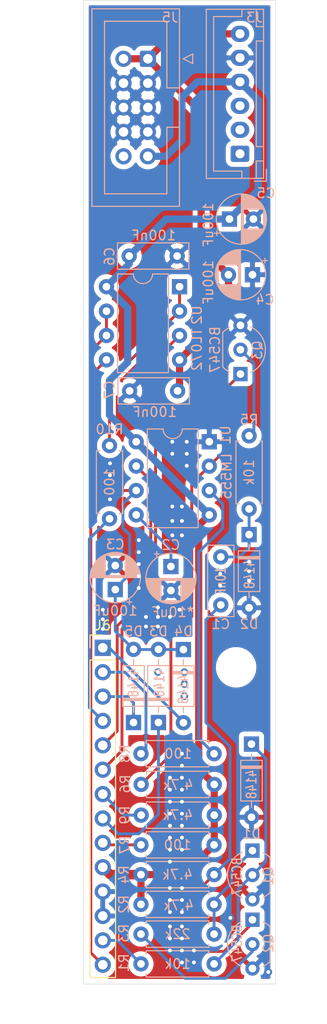
<source format=kicad_pcb>
(kicad_pcb (version 20171130) (host pcbnew 5.1.9+dfsg1-1~bpo10+1)
  (layers (0 F.Cu signal) (31 B.Cu signal) (34 B.Paste user) (35 F.Paste user) (36 B.SilkS user) (37 F.SilkS user) (38 B.Mask user) (39 F.Mask user) (44 Edge.Cuts user))
  (net 0 "")
  (net 1 "Net-(C1-Pad1)")
  (net 2 "Net-(C1-Pad2)")
  (net 3 "Net-(C2-Pad1)")
  (net 4 GND2)
  (net 5 "Net-(C3-Pad1)")
  (net 6 +12V)
  (net 7 -12V)
  (net 8 "Net-(D1-Pad1)")
  (net 9 "Net-(Q1-Pad1)")
  (net 10 "Net-(Q2-Pad2)")
  (net 11 "Net-(Q3-Pad2)")
  (net 12 "Net-(Q3-Pad1)")
  (net 13 "Net-(R8-Pad1)")
  (net 14 "Net-(R10-Pad1)")
  (net 15 B4)
  (net 16 B5)
  (net 17 B1)
  (net 18 B2)
  (net 19 B3)
  (net 20 B6)
  (net 21 B7)
  (net 22 B8)
  (net 23 B9)
  (net 24 B10)
  (net 25 B11)
  (module Capacitor_THT:C_Rect_L7.2mm_W2.5mm_P5.00mm_FKS2_FKP2_MKS2_MKP2 (layer B.Cu) (at 149.3 111 270)
    (fp_text reference C1 (at 7 0 180) (layer B.SilkS) (effects (justify mirror)))
    (fp_text value 10nF (at 2.5 0 90) (layer B.SilkS) (effects (font (size 1 0.8)) (justify mirror)))
    (pad 1 thru_hole circle (at 0 0 270) (size 1.6 1.6) (drill 0.8) (layers *.Cu *.Mask) (net 1 "Net-(C1-Pad1)"))
    (pad 2 thru_hole circle (at 5 0 270) (size 1.6 1.6) (drill 0.8) (layers *.Cu *.Mask) (net 2 "Net-(C1-Pad2)"))
  )
  (module Diode_THT:D_DO-35_SOD27_P7.62mm_Horizontal (layer B.Cu) (at 152.5 130.5 270)
    (fp_text reference D1 (at 9.35 0 180) (layer B.SilkS) (effects (justify mirror)))
    (fp_text value 4148 (at 4.2 0 270) (layer B.SilkS) (effects (font (size 1 0.8)) (justify mirror)))
    (pad 2 thru_hole oval (at 7.62 0 270) (size 1.6 1.6) (drill 0.8) (layers *.Cu *.Mask) (net 4 GND2))
    (pad 1 thru_hole rect (at 0 0 270) (size 1.6 1.6) (drill 0.8) (layers *.Cu *.Mask) (net 8 "Net-(D1-Pad1)"))
  )
  (module Resistor_THT:R_Axial_DIN0207_L6.3mm_D2.5mm_P7.62mm_Horizontal (layer B.Cu) (at 152.25 106 90)
    (fp_text reference R5 (at 9.3 0 180) (layer B.SilkS) (effects (justify mirror)))
    (fp_text value 10k (at 3.81 0 90) (layer B.SilkS) (effects (justify mirror)))
    (pad 1 thru_hole circle (at 0 0 90) (size 1.6 1.6) (drill 0.8) (layers *.Cu *.Mask) (net 1 "Net-(C1-Pad1)"))
    (pad 2 thru_hole oval (at 7.62 0 90) (size 1.6 1.6) (drill 0.8) (layers *.Cu *.Mask) (net 11 "Net-(Q3-Pad2)"))
  )
  (module Diode_THT:D_DO-35_SOD27_P7.62mm_Horizontal (layer B.Cu) (at 152.25 108.675 270)
    (fp_text reference D2 (at 9.3 0 180) (layer B.SilkS) (effects (justify mirror)))
    (fp_text value 4148 (at 4.125 -0.05 270) (layer B.SilkS) (effects (font (size 1 0.8)) (justify mirror)))
    (pad 1 thru_hole rect (at 0 0 270) (size 1.6 1.6) (drill 0.8) (layers *.Cu *.Mask) (net 1 "Net-(C1-Pad1)"))
    (pad 2 thru_hole oval (at 7.62 0 270) (size 1.6 1.6) (drill 0.8) (layers *.Cu *.Mask) (net 4 GND2))
  )
  (module Package_TO_SOT_THT:TO-92_Inline_Wide (layer B.Cu) (at 152.6 141.6 270)
    (fp_text reference Q1 (at 2.65 -1.65 270) (layer B.SilkS) (effects (justify mirror)))
    (fp_text value BC547 (at 2.65 1.6 90) (layer B.SilkS) (effects (font (size 1 0.8)) (justify mirror)))
    (pad 1 thru_hole rect (at 0 0 270) (size 1.5 1.5) (drill 0.8) (layers *.Cu *.Mask) (net 9 "Net-(Q1-Pad1)"))
    (pad 3 thru_hole circle (at 5.08 0 270) (size 1.5 1.5) (drill 0.8) (layers *.Cu *.Mask) (net 4 GND2))
    (pad 2 thru_hole circle (at 2.54 0 270) (size 1.5 1.5) (drill 0.8) (layers *.Cu *.Mask) (net 8 "Net-(D1-Pad1)"))
  )
  (module Package_DIP:DIP-8_W7.62mm (layer B.Cu) (at 148.1 99 180)
    (fp_text reference U1 (at -1.7 0.7 90) (layer B.SilkS) (effects (justify mirror)))
    (fp_text value LM555 (at -1.8 -3.6 90) (layer B.SilkS) (effects (justify mirror)))
    (pad 1 thru_hole rect (at 0 0 180) (size 1.6 1.6) (drill 0.8) (layers *.Cu *.Mask) (net 4 GND2))
    (pad 5 thru_hole oval (at 7.62 -7.62 180) (size 1.6 1.6) (drill 0.8) (layers *.Cu *.Mask) (net 3 "Net-(C2-Pad1)"))
    (pad 2 thru_hole oval (at 0 -2.54 180) (size 1.6 1.6) (drill 0.8) (layers *.Cu *.Mask) (net 12 "Net-(Q3-Pad1)"))
    (pad 6 thru_hole oval (at 7.62 -5.08 180) (size 1.6 1.6) (drill 0.8) (layers *.Cu *.Mask) (net 5 "Net-(C3-Pad1)"))
    (pad 3 thru_hole oval (at 0 -5.08 180) (size 1.6 1.6) (drill 0.8) (layers *.Cu *.Mask) (net 13 "Net-(R8-Pad1)"))
    (pad 7 thru_hole oval (at 7.62 -2.54 180) (size 1.6 1.6) (drill 0.8) (layers *.Cu *.Mask) (net 21 B7))
    (pad 4 thru_hole oval (at 0 -7.62 180) (size 1.6 1.6) (drill 0.8) (layers *.Cu *.Mask) (net 6 +12V))
    (pad 8 thru_hole oval (at 7.62 0 180) (size 1.6 1.6) (drill 0.8) (layers *.Cu *.Mask) (net 6 +12V))
  )
  (module Capacitor_THT:CP_Radial_D5.0mm_P2.50mm (layer B.Cu) (at 144.1 112 270)
    (fp_text reference C2 (at -2.25 0 180) (layer B.SilkS) (effects (justify mirror)))
    (fp_text value *10uF (at 4.75 -0.2 180) (layer B.SilkS) (effects (justify mirror)))
    (pad 2 thru_hole circle (at 2.5 0 270) (size 1.6 1.6) (drill 0.8) (layers *.Cu *.Mask) (net 4 GND2))
    (pad 1 thru_hole rect (at 0 0 270) (size 1.6 1.6) (drill 0.8) (layers *.Cu *.Mask) (net 3 "Net-(C2-Pad1)"))
  )
  (module Connector_PinHeader_2.54mm:PinHeader_1x14_P2.54mm_Vertical (layer F.Cu) (at 137 120.47)
    (fp_text reference J6 (at 0 -2.33) (layer F.SilkS))
    (fp_text value MainBoard_Pins)
    (pad 1 thru_hole rect (at 0 0) (size 1.7 1.7) (drill 1) (layers *.Cu *.Mask) (net 19 B3))
    (pad 2 thru_hole oval (at 0 2.54) (size 1.7 1.7) (drill 1) (layers *.Cu *.Mask) (net 15 B4))
    (pad 3 thru_hole oval (at 0 5.08) (size 1.7 1.7) (drill 1) (layers *.Cu *.Mask) (net 16 B5))
    (pad 4 thru_hole oval (at 0 7.62) (size 1.7 1.7) (drill 1) (layers *.Cu *.Mask) (net 20 B6))
    (pad 5 thru_hole oval (at 0 10.16) (size 1.7 1.7) (drill 1) (layers *.Cu *.Mask) (net 21 B7))
    (pad 6 thru_hole oval (at 0 12.7) (size 1.7 1.7) (drill 1) (layers *.Cu *.Mask) (net 22 B8))
    (pad 7 thru_hole oval (at 0 15.24) (size 1.7 1.7) (drill 1) (layers *.Cu *.Mask) (net 23 B9))
    (pad 8 thru_hole oval (at 0 17.78) (size 1.7 1.7) (drill 1) (layers *.Cu *.Mask) (net 24 B10))
    (pad 9 thru_hole oval (at 0 20.32) (size 1.7 1.7) (drill 1) (layers *.Cu *.Mask) (net 25 B11))
    (pad 10 thru_hole oval (at 0 22.86) (size 1.7 1.7) (drill 1) (layers *.Cu *.Mask) (net 6 +12V))
    (pad 11 thru_hole oval (at 0 25.4) (size 1.7 1.7) (drill 1) (layers *.Cu *.Mask) (net 4 GND2))
    (pad 12 thru_hole oval (at 0 27.94) (size 1.7 1.7) (drill 1) (layers *.Cu *.Mask) (net 4 GND2))
    (pad 13 thru_hole oval (at 0 30.48) (size 1.7 1.7) (drill 1) (layers *.Cu *.Mask) (net 17 B1))
    (pad 14 thru_hole oval (at 0 33.02) (size 1.7 1.7) (drill 1) (layers *.Cu *.Mask) (net 18 B2))
  )
  (module Resistor_THT:R_Axial_DIN0207_L6.3mm_D2.5mm_P7.62mm_Horizontal (layer B.Cu) (at 148.6 150.3 180)
    (fp_text reference R3 (at 9.4 0.1 270) (layer B.SilkS) (effects (justify mirror)))
    (fp_text value 22k (at 3.8 0) (layer B.SilkS) (effects (justify mirror)))
    (pad 1 thru_hole circle (at 0 0 180) (size 1.6 1.6) (drill 0.8) (layers *.Cu *.Mask) (net 9 "Net-(Q1-Pad1)"))
    (pad 2 thru_hole oval (at 7.62 0 180) (size 1.6 1.6) (drill 0.8) (layers *.Cu *.Mask) (net 10 "Net-(Q2-Pad2)"))
  )
  (module Resistor_THT:R_Axial_DIN0207_L6.3mm_D2.5mm_P7.62mm_Horizontal (layer B.Cu) (at 148.6 153.4 180)
    (fp_text reference R1 (at 9.4 0.1 270) (layer B.SilkS) (effects (justify mirror)))
    (fp_text value 10k (at 3.8 0) (layer B.SilkS) (effects (justify mirror)))
    (pad 1 thru_hole circle (at 0 0 180) (size 1.6 1.6) (drill 0.8) (layers *.Cu *.Mask) (net 8 "Net-(D1-Pad1)"))
    (pad 2 thru_hole oval (at 7.62 0 180) (size 1.6 1.6) (drill 0.8) (layers *.Cu *.Mask) (net 17 B1))
  )
  (module Package_TO_SOT_THT:TO-92_Inline_Wide (layer B.Cu) (at 152.6 148.8 270)
    (fp_text reference Q2 (at 2.45 -1.65 270) (layer B.SilkS) (effects (justify mirror)))
    (fp_text value BC547 (at 2.45 1.6 90) (layer B.SilkS) (effects (font (size 1 0.8)) (justify mirror)))
    (pad 1 thru_hole rect (at 0 0 270) (size 1.5 1.5) (drill 0.8) (layers *.Cu *.Mask) (net 2 "Net-(C1-Pad2)"))
    (pad 3 thru_hole circle (at 5.08 0 270) (size 1.5 1.5) (drill 0.8) (layers *.Cu *.Mask) (net 4 GND2))
    (pad 2 thru_hole circle (at 2.54 0 270) (size 1.5 1.5) (drill 0.8) (layers *.Cu *.Mask) (net 10 "Net-(Q2-Pad2)"))
  )
  (module Package_TO_SOT_THT:TO-92_Inline_Wide (layer B.Cu) (at 151.35 91.95 90)
    (fp_text reference Q3 (at 2.5 1.75 90) (layer B.SilkS) (effects (justify mirror)))
    (fp_text value BC547 (at 2.55 -2.65 90) (layer B.SilkS) (effects (justify mirror)))
    (pad 1 thru_hole rect (at 0 0 90) (size 1.5 1.5) (drill 0.8) (layers *.Cu *.Mask) (net 12 "Net-(Q3-Pad1)"))
    (pad 3 thru_hole circle (at 5.08 0 90) (size 1.5 1.5) (drill 0.8) (layers *.Cu *.Mask) (net 4 GND2))
    (pad 2 thru_hole circle (at 2.54 0 90) (size 1.5 1.5) (drill 0.8) (layers *.Cu *.Mask) (net 11 "Net-(Q3-Pad2)"))
  )
  (module Resistor_THT:R_Axial_DIN0207_L6.3mm_D2.5mm_P7.62mm_Horizontal (layer B.Cu) (at 141 137.9)
    (fp_text reference R9 (at -1.7 0 270) (layer B.SilkS) (effects (justify mirror)))
    (fp_text value 4.7k (at 3.81 0) (layer B.SilkS) (effects (justify mirror)))
    (pad 2 thru_hole oval (at 7.62 0) (size 1.6 1.6) (drill 0.8) (layers *.Cu *.Mask) (net 6 +12V))
    (pad 1 thru_hole circle (at 0 0) (size 1.6 1.6) (drill 0.8) (layers *.Cu *.Mask) (net 23 B9))
  )
  (module MountingHole:MountingHole_3.2mm_M3 (layer F.Cu) (at 150.9 122.5)
    (fp_text reference REF** hide)
    (fp_text value MountingHole_3.2mm_M3)
    (pad 1 np_thru_hole circle (at 0 0) (size 3.2 3.2) (drill 3.2) (layers *.Cu *.Mask))
  )
  (module Resistor_THT:R_Axial_DIN0207_L6.3mm_D2.5mm_P7.62mm_Horizontal (layer B.Cu) (at 137.7 99.4 270)
    (fp_text reference R10 (at -1.7 0 180) (layer B.SilkS) (effects (justify mirror)))
    (fp_text value 100 (at 3.8 0 90) (layer B.SilkS) (effects (justify mirror)))
    (pad 2 thru_hole oval (at 7.62 0 270) (size 1.6 1.6) (drill 0.8) (layers *.Cu *.Mask) (net 20 B6))
    (pad 1 thru_hole circle (at 0 0 270) (size 1.6 1.6) (drill 0.8) (layers *.Cu *.Mask) (net 14 "Net-(R10-Pad1)"))
  )
  (module Resistor_THT:R_Axial_DIN0207_L6.3mm_D2.5mm_P7.62mm_Horizontal (layer B.Cu) (at 148.6 131.5 180)
    (fp_text reference R8 (at 9.3 0 270) (layer B.SilkS) (effects (justify mirror)))
    (fp_text value 100 (at 3.75 0) (layer B.SilkS) (effects (justify mirror)))
    (pad 1 thru_hole circle (at 0 0 180) (size 1.6 1.6) (drill 0.8) (layers *.Cu *.Mask) (net 13 "Net-(R8-Pad1)"))
    (pad 2 thru_hole oval (at 7.62 0 180) (size 1.6 1.6) (drill 0.8) (layers *.Cu *.Mask) (net 15 B4))
  )
  (module Resistor_THT:R_Axial_DIN0207_L6.3mm_D2.5mm_P7.62mm_Horizontal (layer B.Cu) (at 148.6 141 180)
    (fp_text reference R7 (at 9.3 0 270) (layer B.SilkS) (effects (justify mirror)))
    (fp_text value 100 (at 3.81 0) (layer B.SilkS) (effects (justify mirror)))
    (pad 1 thru_hole circle (at 0 0 180) (size 1.6 1.6) (drill 0.8) (layers *.Cu *.Mask) (net 6 +12V))
    (pad 2 thru_hole oval (at 7.62 0 180) (size 1.6 1.6) (drill 0.8) (layers *.Cu *.Mask) (net 25 B11))
  )
  (module Resistor_THT:R_Axial_DIN0207_L6.3mm_D2.5mm_P7.62mm_Horizontal (layer B.Cu) (at 141 134.7)
    (fp_text reference R6 (at -1.65 -0.05 270) (layer B.SilkS) (effects (justify mirror)))
    (fp_text value 4.7k (at 3.85 0.05) (layer B.SilkS) (effects (justify mirror)))
    (pad 2 thru_hole oval (at 7.62 0) (size 1.6 1.6) (drill 0.8) (layers *.Cu *.Mask) (net 6 +12V))
    (pad 1 thru_hole circle (at 0 0) (size 1.6 1.6) (drill 0.8) (layers *.Cu *.Mask) (net 12 "Net-(Q3-Pad1)"))
  )
  (module Resistor_THT:R_Axial_DIN0207_L6.3mm_D2.5mm_P7.62mm_Horizontal (layer B.Cu) (at 148.6 144.1 180)
    (fp_text reference R4 (at 9.4 0 270) (layer B.SilkS) (effects (justify mirror)))
    (fp_text value 4.7k (at 3.81 0) (layer B.SilkS) (effects (justify mirror)))
    (pad 2 thru_hole oval (at 7.62 0 180) (size 1.6 1.6) (drill 0.8) (layers *.Cu *.Mask) (net 6 +12V))
    (pad 1 thru_hole circle (at 0 0 180) (size 1.6 1.6) (drill 0.8) (layers *.Cu *.Mask) (net 2 "Net-(C1-Pad2)"))
  )
  (module Resistor_THT:R_Axial_DIN0207_L6.3mm_D2.5mm_P7.62mm_Horizontal (layer B.Cu) (at 148.6 147.2 180)
    (fp_text reference R2 (at 9.4 0 270) (layer B.SilkS) (effects (justify mirror)))
    (fp_text value 4.7k (at 3.7 -0.1) (layer B.SilkS) (effects (justify mirror)))
    (pad 2 thru_hole oval (at 7.62 0 180) (size 1.6 1.6) (drill 0.8) (layers *.Cu *.Mask) (net 6 +12V))
    (pad 1 thru_hole circle (at 0 0 180) (size 1.6 1.6) (drill 0.8) (layers *.Cu *.Mask) (net 9 "Net-(Q1-Pad1)"))
  )
  (module Capacitor_THT:CP_Radial_D5.0mm_P2.50mm (layer B.Cu) (at 138.3 114.4 90)
    (fp_text reference C3 (at 4.7 0 180) (layer B.SilkS) (effects (justify mirror)))
    (fp_text value 100uF (at -2.2 0 180) (layer B.SilkS) (effects (justify mirror)))
    (pad 1 thru_hole rect (at 0 0 90) (size 1.6 1.6) (drill 0.8) (layers *.Cu *.Mask) (net 5 "Net-(C3-Pad1)"))
    (pad 2 thru_hole circle (at 2.5 0 90) (size 1.6 1.6) (drill 0.8) (layers *.Cu *.Mask) (net 4 GND2))
  )
  (module Capacitor_THT:CP_Radial_D5.0mm_P2.50mm (layer B.Cu) (at 150.2 75.8)
    (fp_text reference C4 (at 3.7 8.4 180) (layer B.SilkS) (effects (justify mirror)))
    (fp_text value 100uF (at -2.2 0.6 90) (layer B.SilkS) (effects (justify mirror)))
    (pad 2 thru_hole circle (at 2.5 0) (size 1.6 1.6) (drill 0.8) (layers *.Cu *.Mask) (net 4 GND2))
    (pad 1 thru_hole rect (at 0 0) (size 1.6 1.6) (drill 0.8) (layers *.Cu *.Mask) (net 6 +12V))
  )
  (module Capacitor_THT:CP_Radial_D5.0mm_P2.50mm (layer B.Cu) (at 152.6 81.6 180)
    (fp_text reference C5 (at -1.4 8.5 180) (layer B.SilkS) (effects (justify mirror)))
    (fp_text value 100uF (at 4.6 -0.8 90) (layer B.SilkS) (effects (justify mirror)))
    (pad 1 thru_hole rect (at 0 0 180) (size 1.6 1.6) (drill 0.8) (layers *.Cu *.Mask) (net 4 GND2))
    (pad 2 thru_hole circle (at 2.5 0 180) (size 1.6 1.6) (drill 0.8) (layers *.Cu *.Mask) (net 7 -12V))
  )
  (module Capacitor_THT:C_Rect_L7.2mm_W2.5mm_P5.00mm_FKS2_FKP2_MKS2_MKP2 (layer B.Cu) (at 139.75 79.65)
    (fp_text reference C6 (at -2.05 0.05 90) (layer B.SilkS) (effects (justify mirror)))
    (fp_text value 100nF (at 2.55 -2.15) (layer B.SilkS) (effects (justify mirror)))
    (pad 2 thru_hole circle (at 5 0) (size 1.6 1.6) (drill 0.8) (layers *.Cu *.Mask) (net 4 GND2))
    (pad 1 thru_hole circle (at 0 0) (size 1.6 1.6) (drill 0.8) (layers *.Cu *.Mask) (net 6 +12V))
  )
  (module Capacitor_THT:C_Rect_L7.2mm_W2.5mm_P5.00mm_FKS2_FKP2_MKS2_MKP2 (layer B.Cu) (at 139.8 93.7)
    (fp_text reference C7 (at -2.1 -0.1 90) (layer B.SilkS) (effects (justify mirror)))
    (fp_text value 100nF (at 2.6 2.2) (layer B.SilkS) (effects (justify mirror)))
    (pad 1 thru_hole circle (at 0 0) (size 1.6 1.6) (drill 0.8) (layers *.Cu *.Mask) (net 4 GND2))
    (pad 2 thru_hole circle (at 5 0) (size 1.6 1.6) (drill 0.8) (layers *.Cu *.Mask) (net 7 -12V))
  )
  (module Diode_THT:D_DO-35_SOD27_P7.62mm_Horizontal (layer B.Cu) (at 142.8 128.25 90)
    (fp_text reference D3 (at 9.5 0) (layer B.SilkS) (effects (justify mirror)))
    (fp_text value 4148 (at 4.15 0.1 90) (layer B.SilkS) (effects (font (size 1 0.8)) (justify mirror)))
    (pad 2 thru_hole oval (at 7.62 0 90) (size 1.6 1.6) (drill 0.8) (layers *.Cu *.Mask) (net 5 "Net-(C3-Pad1)"))
    (pad 1 thru_hole rect (at 0 0 90) (size 1.6 1.6) (drill 0.8) (layers *.Cu *.Mask) (net 24 B10))
  )
  (module Diode_THT:D_DO-35_SOD27_P7.62mm_Horizontal (layer B.Cu) (at 145.4 120.65 270)
    (fp_text reference D4 (at -1.9 0 180) (layer B.SilkS) (effects (justify mirror)))
    (fp_text value 4148 (at 4.15 0 90) (layer B.SilkS) (effects (font (size 1 0.8)) (justify mirror)))
    (pad 1 thru_hole rect (at 0 0 270) (size 1.6 1.6) (drill 0.8) (layers *.Cu *.Mask) (net 5 "Net-(C3-Pad1)"))
    (pad 2 thru_hole oval (at 7.62 0 270) (size 1.6 1.6) (drill 0.8) (layers *.Cu *.Mask) (net 19 B3))
  )
  (module Diode_THT:D_DO-35_SOD27_P7.62mm_Horizontal (layer B.Cu) (at 140.2 128.25 90)
    (fp_text reference D5 (at 9.5 0 180) (layer B.SilkS) (effects (justify mirror)))
    (fp_text value 4148 (at 4.15 0 90) (layer B.SilkS) (effects (font (size 1 0.8)) (justify mirror)))
    (pad 1 thru_hole rect (at 0 0 90) (size 1.6 1.6) (drill 0.8) (layers *.Cu *.Mask) (net 16 B5))
    (pad 2 thru_hole oval (at 7.62 0 90) (size 1.6 1.6) (drill 0.8) (layers *.Cu *.Mask) (net 5 "Net-(C3-Pad1)"))
  )
  (module Connector_JST:JST_XH_B6B-XH-A_1x06_P2.50mm_Vertical (layer B.Cu) (at 151.3 69 90)
    (fp_text reference J3 (at 14.2 1.5) (layer B.SilkS) (effects (justify mirror)))
    (fp_text value JST_BUS)
    (pad 1 thru_hole roundrect (at 0 0 90) (size 1.7 1.95) (drill 0.95) (layers *.Cu *.Mask) (roundrect_rratio 0.1470588235294118))
    (pad 2 thru_hole oval (at 2.5 0 90) (size 1.7 1.95) (drill 0.95) (layers *.Cu *.Mask))
    (pad 3 thru_hole oval (at 5 0 90) (size 1.7 1.95) (drill 0.95) (layers *.Cu *.Mask))
    (pad 4 thru_hole oval (at 7.5 0 90) (size 1.7 1.95) (drill 0.95) (layers *.Cu *.Mask) (net 6 +12V))
    (pad 5 thru_hole oval (at 10 0 90) (size 1.7 1.95) (drill 0.95) (layers *.Cu *.Mask) (net 4 GND2))
    (pad 6 thru_hole oval (at 12.5 0 90) (size 1.7 1.95) (drill 0.95) (layers *.Cu *.Mask) (net 7 -12V))
  )
  (module Connector_IDC:IDC-Header_2x05_P2.54mm_Vertical (layer B.Cu) (at 141.7 59.1 180)
    (fp_text reference J5 (at -2.3 4.3) (layer B.SilkS) (effects (justify mirror)))
    (fp_text value IDC_BUS)
    (pad 1 thru_hole roundrect (at 0 0 180) (size 1.7 1.7) (drill 1) (layers *.Cu *.Mask) (roundrect_rratio 0.1470588235294118) (net 7 -12V))
    (pad 3 thru_hole circle (at 0 -2.54 180) (size 1.7 1.7) (drill 1) (layers *.Cu *.Mask) (net 4 GND2))
    (pad 5 thru_hole circle (at 0 -5.08 180) (size 1.7 1.7) (drill 1) (layers *.Cu *.Mask) (net 4 GND2))
    (pad 7 thru_hole circle (at 0 -7.62 180) (size 1.7 1.7) (drill 1) (layers *.Cu *.Mask) (net 4 GND2))
    (pad 9 thru_hole circle (at 0 -10.16 180) (size 1.7 1.7) (drill 1) (layers *.Cu *.Mask) (net 6 +12V))
    (pad 2 thru_hole circle (at 2.54 0 180) (size 1.7 1.7) (drill 1) (layers *.Cu *.Mask) (net 7 -12V))
    (pad 4 thru_hole circle (at 2.54 -2.54 180) (size 1.7 1.7) (drill 1) (layers *.Cu *.Mask) (net 4 GND2))
    (pad 6 thru_hole circle (at 2.54 -5.08 180) (size 1.7 1.7) (drill 1) (layers *.Cu *.Mask) (net 4 GND2))
    (pad 8 thru_hole circle (at 2.54 -7.62 180) (size 1.7 1.7) (drill 1) (layers *.Cu *.Mask) (net 4 GND2))
    (pad 10 thru_hole circle (at 2.54 -10.16 180) (size 1.7 1.7) (drill 1) (layers *.Cu *.Mask) (net 6 +12V))
  )
  (module Package_DIP:DIP-8_W7.62mm (layer B.Cu) (at 145 82.85 180)
    (fp_text reference U2 (at -1.8 -2.95 90) (layer B.SilkS) (effects (justify mirror)))
    (fp_text value TL072 (at -1.8 -6.55 90) (layer B.SilkS) (effects (justify mirror)))
    (pad 8 thru_hole oval (at 7.62 0 180) (size 1.6 1.6) (drill 0.8) (layers *.Cu *.Mask) (net 6 +12V))
    (pad 4 thru_hole oval (at 0 -7.62 180) (size 1.6 1.6) (drill 0.8) (layers *.Cu *.Mask) (net 7 -12V))
    (pad 7 thru_hole oval (at 7.62 -2.54 180) (size 1.6 1.6) (drill 0.8) (layers *.Cu *.Mask) (net 18 B2))
    (pad 3 thru_hole oval (at 0 -5.08 180) (size 1.6 1.6) (drill 0.8) (layers *.Cu *.Mask) (net 22 B8))
    (pad 6 thru_hole oval (at 7.62 -5.08 180) (size 1.6 1.6) (drill 0.8) (layers *.Cu *.Mask) (net 18 B2))
    (pad 2 thru_hole oval (at 0 -2.54 180) (size 1.6 1.6) (drill 0.8) (layers *.Cu *.Mask) (net 14 "Net-(R10-Pad1)"))
    (pad 5 thru_hole oval (at 7.62 -7.62 180) (size 1.6 1.6) (drill 0.8) (layers *.Cu *.Mask) (net 5 "Net-(C3-Pad1)"))
    (pad 1 thru_hole rect (at 0 0 180) (size 1.6 1.6) (drill 0.8) (layers *.Cu *.Mask) (net 14 "Net-(R10-Pad1)"))
  )
  (gr_line (start 135 155.5) (end 135 53) (layer Edge.Cuts) (width 0.05))
  (gr_line (start 155 155.5) (end 135 155.5) (layer Edge.Cuts) (width 0.05))
  (gr_line (start 155 53) (end 155 155.5) (layer Edge.Cuts) (width 0.05))
  (gr_line (start 135 53) (end 155 53) (layer Edge.Cuts) (width 0.05))
  (via (at 145.5 123) (size 0.8) (drill 0.4) (layers F.Cu B.Cu) (net 0))
  (via (at 145.5 124.25) (size 0.8) (drill 0.4) (layers F.Cu B.Cu) (net 0))
  (via (at 145.5 125.5) (size 0.8) (drill 0.4) (layers F.Cu B.Cu) (net 0))
  (via (at 142.75 123) (size 0.8) (drill 0.4) (layers F.Cu B.Cu) (net 0))
  (segment (start 152.25 106) (end 152.25 108.675) (width 0.3) (layer B.Cu) (net 1))
  (segment (start 151.25 111) (end 149.3 111) (width 0.3) (layer B.Cu) (net 1))
  (segment (start 152.25 108.675) (end 152.25 110) (width 0.3) (layer B.Cu) (net 1))
  (segment (start 152.25 110) (end 151.25 111) (width 0.3) (layer B.Cu) (net 1))
  (segment (start 147.15 151.15) (end 147.15 145.55) (width 0.3) (layer F.Cu) (net 2))
  (segment (start 148.1 152.1) (end 147.15 151.15) (width 0.3) (layer F.Cu) (net 2))
  (segment (start 147.15 145.55) (end 148.6 144.1) (width 0.3) (layer F.Cu) (net 2))
  (segment (start 149.65 152.1) (end 148.1 152.1) (width 0.3) (layer F.Cu) (net 2))
  (segment (start 152.6 148.8) (end 152.6 149.15) (width 0.3) (layer F.Cu) (net 2))
  (segment (start 152.6 149.15) (end 149.65 152.1) (width 0.3) (layer F.Cu) (net 2))
  (segment (start 150.25 142.45) (end 148.6 144.1) (width 0.3) (layer B.Cu) (net 2))
  (segment (start 147.75 128.25) (end 150.25 130.75) (width 0.3) (layer B.Cu) (net 2))
  (segment (start 150.25 130.75) (end 150.25 142.45) (width 0.3) (layer B.Cu) (net 2))
  (segment (start 149.3 116) (end 147.75 117.55) (width 0.3) (layer B.Cu) (net 2))
  (segment (start 147.75 117.55) (end 147.75 128.25) (width 0.3) (layer B.Cu) (net 2))
  (segment (start 144.1 110.24) (end 140.48 106.62) (width 0.3) (layer B.Cu) (net 3))
  (segment (start 144.1 112) (end 144.1 110.24) (width 0.3) (layer B.Cu) (net 3))
  (via (at 154.25 154.25) (size 0.8) (drill 0.4) (layers F.Cu B.Cu) (net 4))
  (via (at 150.3 148.6) (size 0.8) (drill 0.4) (layers F.Cu B.Cu) (net 4))
  (via (at 144 117.25) (size 0.8) (drill 0.4) (layers F.Cu B.Cu) (net 4))
  (via (at 142.75 117.25) (size 0.8) (drill 0.4) (layers F.Cu B.Cu) (net 4))
  (via (at 141.5 117.25) (size 0.8) (drill 0.4) (layers F.Cu B.Cu) (net 4))
  (via (at 137 116.5) (size 0.8) (drill 0.4) (layers F.Cu B.Cu) (net 4))
  (via (at 137 117.5) (size 0.8) (drill 0.4) (layers F.Cu B.Cu) (net 4))
  (via (at 137 118.5) (size 0.8) (drill 0.4) (layers F.Cu B.Cu) (net 4))
  (via (at 144.25 108.75) (size 0.8) (drill 0.4) (layers F.Cu B.Cu) (net 4))
  (via (at 145.25 108.75) (size 0.8) (drill 0.4) (layers F.Cu B.Cu) (net 4))
  (via (at 142.75 116.25) (size 0.8) (drill 0.4) (layers F.Cu B.Cu) (net 4))
  (via (at 142.75 118.25) (size 0.8) (drill 0.4) (layers F.Cu B.Cu) (net 4))
  (via (at 141.5 118.25) (size 0.8) (drill 0.4) (layers F.Cu B.Cu) (net 4))
  (via (at 140.75 114.25) (size 0.8) (drill 0.4) (layers F.Cu B.Cu) (net 4))
  (via (at 140.75 113) (size 0.8) (drill 0.4) (layers F.Cu B.Cu) (net 4))
  (via (at 140.75 111.75) (size 0.8) (drill 0.4) (layers F.Cu B.Cu) (net 4))
  (via (at 145 116.5) (size 0.8) (drill 0.4) (layers F.Cu B.Cu) (net 4))
  (via (at 152.25 113.5) (size 0.8) (drill 0.4) (layers F.Cu B.Cu) (net 4))
  (via (at 152.25 112.5) (size 0.8) (drill 0.4) (layers F.Cu B.Cu) (net 4))
  (via (at 152.25 111.5) (size 0.8) (drill 0.4) (layers F.Cu B.Cu) (net 4))
  (via (at 149.25 112.75) (size 0.8) (drill 0.4) (layers F.Cu B.Cu) (net 4))
  (via (at 149.25 114) (size 0.8) (drill 0.4) (layers F.Cu B.Cu) (net 4))
  (via (at 145.75 99) (size 0.8) (drill 0.4) (layers F.Cu B.Cu) (net 4))
  (via (at 145.75 100.25) (size 0.8) (drill 0.4) (layers F.Cu B.Cu) (net 4))
  (via (at 145.75 101.5) (size 0.8) (drill 0.4) (layers F.Cu B.Cu) (net 4))
  (via (at 144.25 100.25) (size 0.8) (drill 0.4) (layers F.Cu B.Cu) (net 4))
  (via (at 144.25 99) (size 0.8) (drill 0.4) (layers F.Cu B.Cu) (net 4))
  (via (at 144.25 105.75) (size 0.8) (drill 0.4) (layers F.Cu B.Cu) (net 4))
  (via (at 145.25 105.75) (size 0.8) (drill 0.4) (layers F.Cu B.Cu) (net 4))
  (via (at 145.25 107.25) (size 0.8) (drill 0.4) (layers F.Cu B.Cu) (net 4))
  (via (at 144.25 107.25) (size 0.8) (drill 0.4) (layers F.Cu B.Cu) (net 4))
  (via (at 140.75 110.5) (size 0.8) (drill 0.4) (layers F.Cu B.Cu) (net 4))
  (via (at 140.75 109.25) (size 0.8) (drill 0.4) (layers F.Cu B.Cu) (net 4))
  (via (at 145.25 131.5) (size 0.8) (drill 0.4) (layers F.Cu B.Cu) (net 4))
  (via (at 145.25 132.75) (size 0.8) (drill 0.4) (layers F.Cu B.Cu) (net 4))
  (via (at 145.25 134) (size 0.8) (drill 0.4) (layers F.Cu B.Cu) (net 4))
  (via (at 145.25 135.25) (size 0.8) (drill 0.4) (layers F.Cu B.Cu) (net 4))
  (via (at 145.25 136.5) (size 0.8) (drill 0.4) (layers F.Cu B.Cu) (net 4))
  (via (at 145.25 137.75) (size 0.8) (drill 0.4) (layers F.Cu B.Cu) (net 4))
  (via (at 145.25 139) (size 0.8) (drill 0.4) (layers F.Cu B.Cu) (net 4))
  (via (at 145.25 140.25) (size 0.8) (drill 0.4) (layers F.Cu B.Cu) (net 4))
  (via (at 145.25 141.5) (size 0.8) (drill 0.4) (layers F.Cu B.Cu) (net 4))
  (via (at 144 141.5) (size 0.8) (drill 0.4) (layers F.Cu B.Cu) (net 4))
  (via (at 144 140.25) (size 0.8) (drill 0.4) (layers F.Cu B.Cu) (net 4))
  (via (at 144 139) (size 0.8) (drill 0.4) (layers F.Cu B.Cu) (net 4))
  (via (at 144 137.75) (size 0.8) (drill 0.4) (layers F.Cu B.Cu) (net 4))
  (via (at 144 136.5) (size 0.8) (drill 0.4) (layers F.Cu B.Cu) (net 4))
  (via (at 144 135.25) (size 0.8) (drill 0.4) (layers F.Cu B.Cu) (net 4))
  (via (at 144 134) (size 0.8) (drill 0.4) (layers F.Cu B.Cu) (net 4))
  (via (at 144 142.75) (size 0.8) (drill 0.4) (layers F.Cu B.Cu) (net 4))
  (via (at 144 145.5) (size 0.8) (drill 0.4) (layers F.Cu B.Cu) (net 4))
  (via (at 144 146.75) (size 0.8) (drill 0.4) (layers F.Cu B.Cu) (net 4))
  (via (at 144 148) (size 0.8) (drill 0.4) (layers F.Cu B.Cu) (net 4))
  (via (at 144 149.5) (size 0.8) (drill 0.4) (layers F.Cu B.Cu) (net 4))
  (via (at 144 150.75) (size 0.8) (drill 0.4) (layers F.Cu B.Cu) (net 4))
  (via (at 144 152) (size 0.8) (drill 0.4) (layers F.Cu B.Cu) (net 4))
  (via (at 145.25 152) (size 0.8) (drill 0.4) (layers F.Cu B.Cu) (net 4))
  (via (at 145.25 150.75) (size 0.8) (drill 0.4) (layers F.Cu B.Cu) (net 4))
  (via (at 145.25 149.5) (size 0.8) (drill 0.4) (layers F.Cu B.Cu) (net 4))
  (via (at 145.25 148) (size 0.8) (drill 0.4) (layers F.Cu B.Cu) (net 4))
  (via (at 145.25 146.75) (size 0.8) (drill 0.4) (layers F.Cu B.Cu) (net 4))
  (via (at 145.25 145.5) (size 0.8) (drill 0.4) (layers F.Cu B.Cu) (net 4))
  (via (at 145.25 153.25) (size 0.8) (drill 0.4) (layers F.Cu B.Cu) (net 4))
  (via (at 146.5 153.25) (size 0.8) (drill 0.4) (layers F.Cu B.Cu) (net 4))
  (via (at 146.5 152) (size 0.8) (drill 0.4) (layers F.Cu B.Cu) (net 4))
  (via (at 137.75 101.25) (size 0.8) (drill 0.4) (layers F.Cu B.Cu) (net 4))
  (via (at 137.75 102.5) (size 0.8) (drill 0.4) (layers F.Cu B.Cu) (net 4))
  (via (at 137.75 105) (size 0.8) (drill 0.4) (layers F.Cu B.Cu) (net 4))
  (segment (start 138.3 118.73) (end 140.2 120.63) (width 0.3) (layer B.Cu) (net 5))
  (segment (start 138.3 114.4) (end 138.3 118.73) (width 0.3) (layer B.Cu) (net 5))
  (segment (start 139.8 112.8) (end 138.3 114.3) (width 0.3) (layer B.Cu) (net 5))
  (segment (start 139.8 108.7) (end 139.8 112.8) (width 0.3) (layer B.Cu) (net 5))
  (segment (start 139.1 108) (end 139.8 108.7) (width 0.3) (layer B.Cu) (net 5))
  (segment (start 140.48 104.08) (end 139.1 105.46) (width 0.3) (layer B.Cu) (net 5))
  (segment (start 138.3 114.3) (end 138.3 114.4) (width 0.3) (layer B.Cu) (net 5))
  (segment (start 139.1 105.46) (end 139.1 108) (width 0.3) (layer B.Cu) (net 5))
  (segment (start 140.22 120.65) (end 140.2 120.63) (width 0.3) (layer B.Cu) (net 5))
  (segment (start 145.4 120.65) (end 140.22 120.65) (width 0.3) (layer B.Cu) (net 5))
  (segment (start 136.25 91.6) (end 137.38 90.47) (width 0.3) (layer F.Cu) (net 5))
  (segment (start 136.25 103.25) (end 136.25 91.6) (width 0.3) (layer F.Cu) (net 5))
  (segment (start 140.48 104.08) (end 137.08 104.08) (width 0.3) (layer F.Cu) (net 5))
  (segment (start 137.08 104.08) (end 136.25 103.25) (width 0.3) (layer F.Cu) (net 5))
  (segment (start 140.98 144.1) (end 140.98 147.2) (width 0.75) (layer F.Cu) (net 6))
  (segment (start 145.5 144.1) (end 148.6 141) (width 0.75) (layer F.Cu) (net 6))
  (segment (start 140.98 144.1) (end 145.5 144.1) (width 0.75) (layer F.Cu) (net 6))
  (segment (start 148.62 140.98) (end 148.6 141) (width 0.75) (layer F.Cu) (net 6))
  (segment (start 148.62 137.9) (end 148.62 140.98) (width 0.75) (layer F.Cu) (net 6))
  (segment (start 148.62 134.7) (end 148.62 137.9) (width 0.75) (layer F.Cu) (net 6))
  (segment (start 137.77 144.1) (end 137 143.33) (width 1) (layer F.Cu) (net 6))
  (segment (start 140.98 144.1) (end 137.77 144.1) (width 1) (layer F.Cu) (net 6))
  (segment (start 143.6 75.8) (end 139.75 79.65) (width 0.75) (layer B.Cu) (net 6))
  (segment (start 150.2 75.8) (end 143.6 75.8) (width 0.75) (layer B.Cu) (net 6))
  (segment (start 139.75 80.48) (end 137.38 82.85) (width 0.75) (layer B.Cu) (net 6))
  (segment (start 139.75 79.65) (end 139.75 80.48) (width 0.75) (layer B.Cu) (net 6))
  (segment (start 147 133.08) (end 148.62 134.7) (width 0.75) (layer F.Cu) (net 6))
  (segment (start 148.1 106.62) (end 147 107.72) (width 0.75) (layer F.Cu) (net 6))
  (segment (start 147 107.72) (end 147 133.08) (width 0.75) (layer F.Cu) (net 6))
  (segment (start 148.1 106.62) (end 140.48 99) (width 0.75) (layer B.Cu) (net 6))
  (segment (start 137.7 96.22) (end 140.48 99) (width 0.75) (layer B.Cu) (net 6))
  (segment (start 137.7 92.6) (end 137.7 96.22) (width 0.75) (layer B.Cu) (net 6))
  (segment (start 139.6 90.7) (end 137.7 92.6) (width 0.75) (layer B.Cu) (net 6))
  (segment (start 137.38 82.85) (end 139.6 85.07) (width 0.75) (layer B.Cu) (net 6))
  (segment (start 139.6 85.07) (end 139.6 90.7) (width 0.75) (layer B.Cu) (net 6))
  (segment (start 145.25 67.6) (end 143.59 69.26) (width 0.75) (layer B.Cu) (net 6))
  (segment (start 145.25 63.1) (end 145.25 67.6) (width 0.75) (layer B.Cu) (net 6))
  (segment (start 143.59 69.26) (end 141.7 69.26) (width 0.75) (layer B.Cu) (net 6))
  (segment (start 151.3 61.5) (end 146.85 61.5) (width 0.75) (layer B.Cu) (net 6))
  (segment (start 146.85 61.5) (end 145.25 63.1) (width 0.75) (layer B.Cu) (net 6))
  (segment (start 153.2 72.8) (end 150.2 75.8) (width 0.75) (layer B.Cu) (net 6))
  (segment (start 151.3 61.5) (end 153.2 63.4) (width 0.75) (layer B.Cu) (net 6))
  (segment (start 153.2 63.4) (end 153.2 72.8) (width 0.75) (layer B.Cu) (net 6))
  (segment (start 150.1 85.37) (end 145 90.47) (width 0.75) (layer F.Cu) (net 7))
  (segment (start 150.1 81.6) (end 150.1 85.37) (width 0.75) (layer F.Cu) (net 7))
  (segment (start 145 93.5) (end 144.8 93.7) (width 0.75) (layer F.Cu) (net 7))
  (segment (start 145 90.47) (end 145 93.5) (width 0.75) (layer F.Cu) (net 7))
  (segment (start 144.3 56.5) (end 141.7 59.1) (width 0.75) (layer F.Cu) (net 7))
  (segment (start 151.3 56.5) (end 144.3 56.5) (width 0.75) (layer F.Cu) (net 7))
  (segment (start 141.7 59.1) (end 139.16 59.1) (width 0.75) (layer F.Cu) (net 7))
  (segment (start 141.7 59.1) (end 147.25 64.65) (width 0.75) (layer F.Cu) (net 7))
  (segment (start 147.25 78.75) (end 150.1 81.6) (width 0.75) (layer F.Cu) (net 7))
  (segment (start 147.25 64.65) (end 147.25 78.75) (width 0.75) (layer F.Cu) (net 7))
  (segment (start 151.1 150.9) (end 148.6 153.4) (width 0.3) (layer B.Cu) (net 8))
  (segment (start 152.6 144.14) (end 151.1 145.64) (width 0.3) (layer B.Cu) (net 8))
  (segment (start 151.1 145.64) (end 151.1 150.9) (width 0.3) (layer B.Cu) (net 8))
  (segment (start 154 132) (end 152.5 130.5) (width 0.3) (layer B.Cu) (net 8))
  (segment (start 152.6 144.14) (end 154 142.74) (width 0.3) (layer B.Cu) (net 8))
  (segment (start 154 142.74) (end 154 132) (width 0.3) (layer B.Cu) (net 8))
  (segment (start 148.6 147.2) (end 148.6 150.3) (width 0.3) (layer B.Cu) (net 9))
  (segment (start 150.4 143.775) (end 150.4 145) (width 0.3) (layer B.Cu) (net 9))
  (segment (start 148.6 146.8) (end 148.6 147.2) (width 0.3) (layer B.Cu) (net 9))
  (segment (start 150.4 145) (end 148.6 146.8) (width 0.3) (layer B.Cu) (net 9))
  (segment (start 152.6 141.6) (end 152.575 141.6) (width 0.3) (layer B.Cu) (net 9))
  (segment (start 152.575 141.6) (end 150.4 143.775) (width 0.3) (layer B.Cu) (net 9))
  (segment (start 149.8 154.9) (end 145.58 154.9) (width 0.3) (layer B.Cu) (net 10))
  (segment (start 152.6 151.34) (end 152.6 152.1) (width 0.3) (layer B.Cu) (net 10))
  (segment (start 145.58 154.9) (end 140.98 150.3) (width 0.3) (layer B.Cu) (net 10))
  (segment (start 152.6 152.1) (end 149.8 154.9) (width 0.3) (layer B.Cu) (net 10))
  (segment (start 152.75 97.88) (end 152.25 98.38) (width 0.3) (layer B.Cu) (net 11))
  (segment (start 151.35 89.41) (end 152.75 90.81) (width 0.3) (layer B.Cu) (net 11))
  (segment (start 152.75 90.81) (end 152.75 97.88) (width 0.3) (layer B.Cu) (net 11))
  (segment (start 144.1 131.6) (end 141 134.7) (width 0.3) (layer F.Cu) (net 12))
  (segment (start 144.1 119.4) (end 144.1 131.6) (width 0.3) (layer F.Cu) (net 12))
  (segment (start 146.27499 117.22501) (end 144.1 119.4) (width 0.3) (layer F.Cu) (net 12))
  (segment (start 148.1 101.54) (end 146.27499 103.36501) (width 0.3) (layer F.Cu) (net 12))
  (segment (start 146.27499 103.36501) (end 146.27499 117.22501) (width 0.3) (layer F.Cu) (net 12))
  (segment (start 150.1 99.54) (end 148.1 101.54) (width 0.3) (layer F.Cu) (net 12))
  (segment (start 151.35 91.95) (end 150.1 93.2) (width 0.3) (layer F.Cu) (net 12))
  (segment (start 150.1 93.2) (end 150.1 99.54) (width 0.3) (layer F.Cu) (net 12))
  (segment (start 147 129.9) (end 148.6 131.5) (width 0.3) (layer B.Cu) (net 13))
  (segment (start 147 110.5) (end 147 129.9) (width 0.3) (layer B.Cu) (net 13))
  (segment (start 149.5 108) (end 147 110.5) (width 0.3) (layer B.Cu) (net 13))
  (segment (start 148.1 104.08) (end 149.5 105.48) (width 0.3) (layer B.Cu) (net 13))
  (segment (start 149.5 105.48) (end 149.5 108) (width 0.3) (layer B.Cu) (net 13))
  (segment (start 137.7 92.69) (end 137.7 99.4) (width 0.3) (layer F.Cu) (net 14))
  (segment (start 145 85.39) (end 137.7 92.69) (width 0.3) (layer F.Cu) (net 14))
  (segment (start 145 82.85) (end 145 85.39) (width 0.3) (layer F.Cu) (net 14))
  (segment (start 141.5 125.2) (end 139.31 123.01) (width 0.3) (layer B.Cu) (net 15))
  (segment (start 141.5 130.98) (end 141.5 125.2) (width 0.3) (layer B.Cu) (net 15))
  (segment (start 140.98 131.5) (end 141.5 130.98) (width 0.3) (layer B.Cu) (net 15))
  (segment (start 139.31 123.01) (end 137 123.01) (width 0.3) (layer B.Cu) (net 15))
  (segment (start 139.55 125.55) (end 137 125.55) (width 0.3) (layer B.Cu) (net 16))
  (segment (start 140.2 128.25) (end 140.2 126.2) (width 0.3) (layer B.Cu) (net 16))
  (segment (start 140.2 126.2) (end 139.55 125.55) (width 0.3) (layer B.Cu) (net 16))
  (segment (start 138.53 150.95) (end 140.98 153.4) (width 0.3) (layer B.Cu) (net 17))
  (segment (start 137 150.95) (end 138.53 150.95) (width 0.3) (layer B.Cu) (net 17))
  (segment (start 137.38 85.39) (end 137.38 87.93) (width 0.3) (layer F.Cu) (net 18))
  (segment (start 137 153.49) (end 135.749989 152.239989) (width 0.3) (layer F.Cu) (net 18))
  (segment (start 135.749989 152.239989) (end 135.749989 89.560011) (width 0.3) (layer F.Cu) (net 18))
  (segment (start 135.749989 89.560011) (end 137.38 87.93) (width 0.3) (layer F.Cu) (net 18))
  (segment (start 145.4 128.2) (end 137.67 120.47) (width 0.3) (layer B.Cu) (net 19))
  (segment (start 145.4 128.27) (end 145.4 128.2) (width 0.3) (layer B.Cu) (net 19))
  (segment (start 137.67 120.47) (end 137 120.47) (width 0.3) (layer B.Cu) (net 19))
  (segment (start 135.6 126.69) (end 137 128.09) (width 0.3) (layer B.Cu) (net 20))
  (segment (start 137.7 107.02) (end 135.6 109.12) (width 0.3) (layer B.Cu) (net 20))
  (segment (start 135.6 109.12) (end 135.6 126.69) (width 0.3) (layer B.Cu) (net 20))
  (segment (start 142 103.06) (end 140.48 101.54) (width 0.3) (layer F.Cu) (net 21))
  (segment (start 138.499992 118.200008) (end 142 114.7) (width 0.3) (layer F.Cu) (net 21))
  (segment (start 142 114.7) (end 142 103.06) (width 0.3) (layer F.Cu) (net 21))
  (segment (start 137 130.63) (end 138.499992 129.130008) (width 0.3) (layer F.Cu) (net 21))
  (segment (start 138.499992 129.130008) (end 138.499992 118.200008) (width 0.3) (layer F.Cu) (net 21))
  (segment (start 142.5 90.43) (end 145 87.93) (width 0.3) (layer F.Cu) (net 22))
  (segment (start 142.5 115) (end 142.5 90.43) (width 0.3) (layer F.Cu) (net 22))
  (segment (start 139 118.5) (end 142.5 115) (width 0.3) (layer F.Cu) (net 22))
  (segment (start 137 133.17) (end 139 131.17) (width 0.3) (layer F.Cu) (net 22))
  (segment (start 139 131.17) (end 139 118.5) (width 0.3) (layer F.Cu) (net 22))
  (segment (start 139.19 137.9) (end 137 135.71) (width 0.3) (layer B.Cu) (net 23))
  (segment (start 141 137.9) (end 139.19 137.9) (width 0.3) (layer B.Cu) (net 23))
  (segment (start 142.8 137.802002) (end 142.8 128.25) (width 0.3) (layer B.Cu) (net 24))
  (segment (start 140.752003 139.849999) (end 142.8 137.802002) (width 0.3) (layer B.Cu) (net 24))
  (segment (start 138.599999 139.849999) (end 140.752003 139.849999) (width 0.3) (layer B.Cu) (net 24))
  (segment (start 137 138.25) (end 138.599999 139.849999) (width 0.3) (layer B.Cu) (net 24))
  (segment (start 137.21 141) (end 137 140.79) (width 0.3) (layer F.Cu) (net 25))
  (segment (start 140.98 141) (end 137.21 141) (width 0.3) (layer F.Cu) (net 25))
  (zone (net 4) (net_name GND2) (layer F.Cu) (connect_pads (clearance 0.508)) (min_thickness 0.254) (fill yes (arc_segments 32) (thermal_gap 0.508) (thermal_bridge_width 0.508))
    (polygon (pts (xy 154.75 155.25) (xy 135.25 155.25) (xy 135.25 53.25) (xy 154.75 53.25)))
  )
  (zone (net 4) (net_name GND2) (layer B.Cu) (connect_pads (clearance 0.508)) (min_thickness 0.254) (fill yes (arc_segments 32) (thermal_gap 0.508) (thermal_bridge_width 0.508))
    (polygon (pts (xy 154.75 155.25) (xy 135.25 155.25) (xy 135.25 53.25) (xy 154.75 53.25)))
  )
)
</source>
